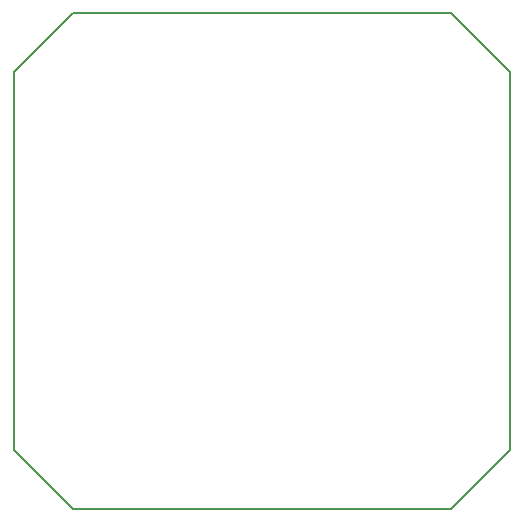
<source format=gko>
G04 Layer_Color=16711935*
%FSLAX44Y44*%
%MOMM*%
G71*
G01*
G75*
%ADD21C,0.2000*%
D21*
X-210000Y-160000D02*
X-160000Y-210000D01*
X-210000Y-160000D02*
Y160000D01*
X-160000Y210000D01*
X210000Y-160000D02*
Y160000D01*
X160000Y-210000D02*
X210000Y-160000D01*
X-160000Y-210000D02*
X160000D01*
X-160000Y210000D02*
X160000D01*
X210000Y160000D01*
M02*

</source>
